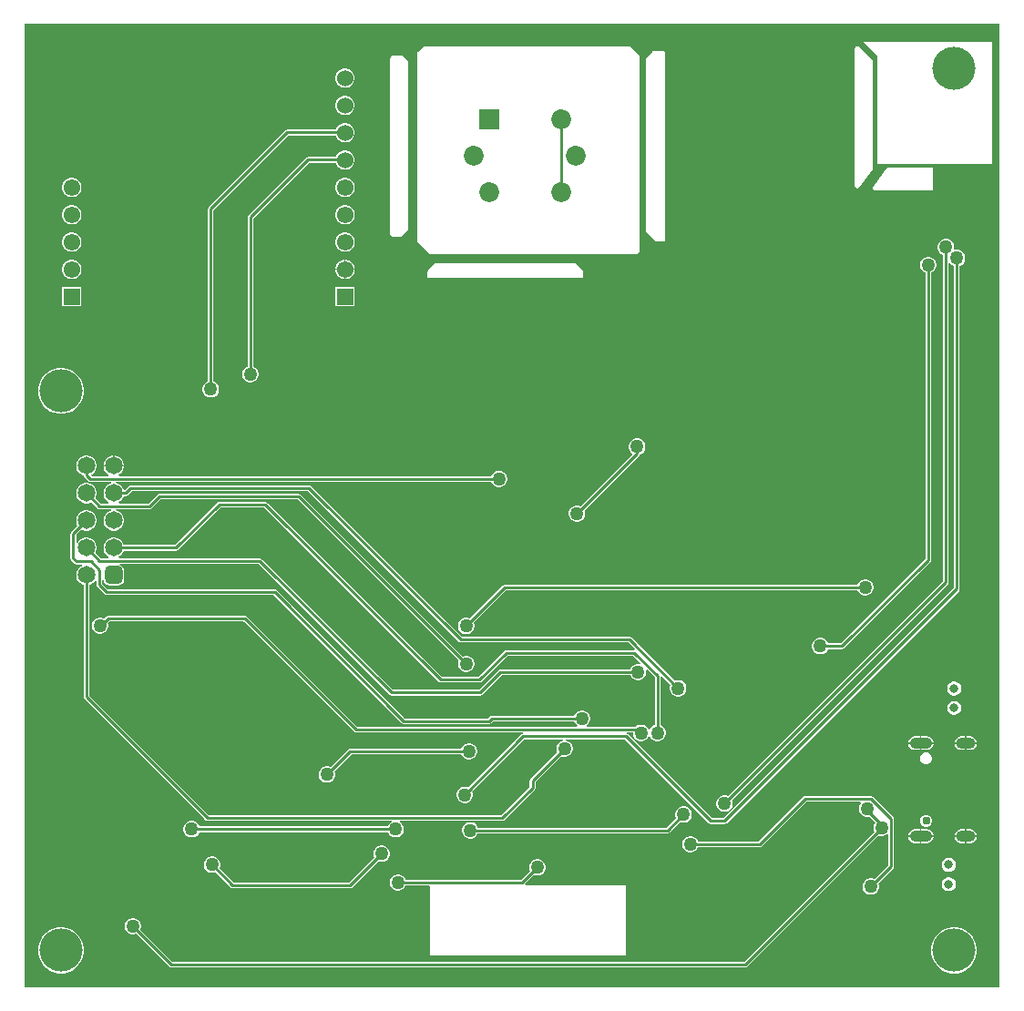
<source format=gbr>
%TF.GenerationSoftware,Altium Limited,Altium Designer,24.3.1 (35)*%
G04 Layer_Physical_Order=2*
G04 Layer_Color=16711680*
%FSLAX45Y45*%
%MOMM*%
%TF.SameCoordinates,335D41A4-EFD6-4B0F-B868-2B534B1C8AB3*%
%TF.FilePolarity,Positive*%
%TF.FileFunction,Copper,L2,Bot,Signal*%
%TF.Part,Single*%
G01*
G75*
%TA.AperFunction,Conductor*%
%ADD36C,0.25400*%
%TA.AperFunction,ComponentPad*%
%ADD38C,1.55000*%
%ADD39R,1.55000X1.55000*%
%TA.AperFunction,ViaPad*%
%ADD40C,1.52400*%
%ADD41C,4.00000*%
%TA.AperFunction,ComponentPad*%
%ADD42C,0.78000*%
%ADD43C,1.85000*%
%ADD44R,1.85000X1.85000*%
%ADD45C,1.65000*%
G04:AMPARAMS|DCode=46|XSize=1.65mm|YSize=1.65mm|CornerRadius=0.4125mm|HoleSize=0mm|Usage=FLASHONLY|Rotation=90.000|XOffset=0mm|YOffset=0mm|HoleType=Round|Shape=RoundedRectangle|*
%AMROUNDEDRECTD46*
21,1,1.65000,0.82500,0,0,90.0*
21,1,0.82500,1.65000,0,0,90.0*
1,1,0.82500,0.41250,0.41250*
1,1,0.82500,0.41250,-0.41250*
1,1,0.82500,-0.41250,-0.41250*
1,1,0.82500,-0.41250,0.41250*
%
%ADD46ROUNDEDRECTD46*%
%ADD47C,0.80000*%
G04:AMPARAMS|DCode=48|XSize=1mm|YSize=1.8mm|CornerRadius=0.5mm|HoleSize=0mm|Usage=FLASHONLY|Rotation=90.000|XOffset=0mm|YOffset=0mm|HoleType=Round|Shape=RoundedRectangle|*
%AMROUNDEDRECTD48*
21,1,1.00000,0.80000,0,0,90.0*
21,1,0.00000,1.80000,0,0,90.0*
1,1,1.00000,0.40000,0.00000*
1,1,1.00000,0.40000,0.00000*
1,1,1.00000,-0.40000,0.00000*
1,1,1.00000,-0.40000,0.00000*
%
%ADD48ROUNDEDRECTD48*%
G04:AMPARAMS|DCode=49|XSize=1mm|YSize=2.1mm|CornerRadius=0.5mm|HoleSize=0mm|Usage=FLASHONLY|Rotation=90.000|XOffset=0mm|YOffset=0mm|HoleType=Round|Shape=RoundedRectangle|*
%AMROUNDEDRECTD49*
21,1,1.00000,1.10000,0,0,90.0*
21,1,0.00000,2.10000,0,0,90.0*
1,1,1.00000,0.55000,0.00000*
1,1,1.00000,0.55000,0.00000*
1,1,1.00000,-0.55000,0.00000*
1,1,1.00000,-0.55000,0.00000*
%
%ADD49ROUNDEDRECTD49*%
%TA.AperFunction,ViaPad*%
%ADD50C,1.27000*%
G36*
X11625509Y2560391D02*
X2560391D01*
Y11511209D01*
X11625509D01*
Y2560391D01*
D02*
G37*
%LPC*%
G36*
X5551704Y11096900D02*
X5528296D01*
X5505686Y11090842D01*
X5485414Y11079138D01*
X5468862Y11062586D01*
X5457159Y11042314D01*
X5451100Y11019704D01*
Y10996296D01*
X5457159Y10973686D01*
X5468862Y10953414D01*
X5485414Y10936862D01*
X5505686Y10925158D01*
X5528296Y10919100D01*
X5551704D01*
X5574314Y10925158D01*
X5594586Y10936862D01*
X5611138Y10953414D01*
X5622842Y10973686D01*
X5628900Y10996296D01*
Y11019704D01*
X5622842Y11042314D01*
X5611138Y11062586D01*
X5594586Y11079138D01*
X5574314Y11090842D01*
X5551704Y11096900D01*
D02*
G37*
G36*
Y10842900D02*
X5528296D01*
X5505686Y10836842D01*
X5485414Y10825138D01*
X5468862Y10808586D01*
X5457159Y10788314D01*
X5451100Y10765704D01*
Y10742296D01*
X5457159Y10719686D01*
X5468862Y10699414D01*
X5485414Y10682862D01*
X5505686Y10671158D01*
X5528296Y10665100D01*
X5551704D01*
X5574314Y10671158D01*
X5594586Y10682862D01*
X5611138Y10699414D01*
X5622842Y10719686D01*
X5628900Y10742296D01*
Y10765704D01*
X5622842Y10788314D01*
X5611138Y10808586D01*
X5594586Y10825138D01*
X5574314Y10836842D01*
X5551704Y10842900D01*
D02*
G37*
G36*
Y10588900D02*
X5528296D01*
X5505686Y10582842D01*
X5485414Y10571138D01*
X5468862Y10554586D01*
X5457159Y10534314D01*
X5455680Y10528798D01*
X5003800D01*
X4993889Y10526826D01*
X4985488Y10521212D01*
X4274288Y9810012D01*
X4268674Y9801611D01*
X4266702Y9791700D01*
Y8187249D01*
X4263188Y8186307D01*
X4245812Y8176275D01*
X4231625Y8162088D01*
X4221593Y8144712D01*
X4216400Y8125332D01*
Y8105268D01*
X4221593Y8085888D01*
X4231625Y8068512D01*
X4245812Y8054325D01*
X4263188Y8044293D01*
X4282568Y8039100D01*
X4302632D01*
X4322012Y8044293D01*
X4339388Y8054325D01*
X4353575Y8068512D01*
X4363607Y8085888D01*
X4368800Y8105268D01*
Y8125332D01*
X4363607Y8144712D01*
X4353575Y8162088D01*
X4339388Y8176275D01*
X4322012Y8186307D01*
X4318498Y8187249D01*
Y9780973D01*
X5014527Y10477002D01*
X5454126D01*
X5457159Y10465686D01*
X5468862Y10445414D01*
X5485414Y10428862D01*
X5505686Y10417158D01*
X5528296Y10411100D01*
X5551704D01*
X5574314Y10417158D01*
X5594586Y10428862D01*
X5611138Y10445414D01*
X5622842Y10465686D01*
X5628900Y10488296D01*
Y10511704D01*
X5622842Y10534314D01*
X5611138Y10554586D01*
X5594586Y10571138D01*
X5574314Y10582842D01*
X5551704Y10588900D01*
D02*
G37*
G36*
X11557000Y11341100D02*
X10363200D01*
X10490200Y11214100D01*
Y10210800D01*
X11557000D01*
Y11341100D01*
D02*
G37*
G36*
X10985500Y10180392D02*
X10591800D01*
X10590141Y10180062D01*
X10588448Y10180115D01*
X10586274Y10179293D01*
X10583996Y10178840D01*
X10582589Y10177899D01*
X10581005Y10177300D01*
X10579312Y10175710D01*
X10577381Y10174419D01*
X10576440Y10173012D01*
X10575206Y10171853D01*
X10448206Y9994053D01*
X10447251Y9991935D01*
X10445960Y9990004D01*
X10445630Y9988343D01*
X10444934Y9986800D01*
X10444861Y9984478D01*
X10444408Y9982200D01*
X10444738Y9980540D01*
X10444685Y9978847D01*
X10445507Y9976674D01*
X10445960Y9974396D01*
X10446901Y9972989D01*
X10447500Y9971405D01*
X10449090Y9969712D01*
X10450381Y9967781D01*
X10451788Y9966840D01*
X10452947Y9965606D01*
X10455065Y9964651D01*
X10456996Y9963360D01*
X10458657Y9963030D01*
X10460200Y9962334D01*
X10462522Y9962261D01*
X10464800Y9961808D01*
X10985500D01*
X10993304Y9963360D01*
X10999919Y9967781D01*
X11004340Y9974396D01*
X11005892Y9982200D01*
Y10160000D01*
X11004340Y10167804D01*
X10999919Y10174419D01*
X10993304Y10178840D01*
X10985500Y10180392D01*
D02*
G37*
G36*
X5551704Y10334900D02*
X5528296D01*
X5505686Y10328842D01*
X5485414Y10317138D01*
X5468862Y10300586D01*
X5457159Y10280314D01*
X5455680Y10274798D01*
X5194300D01*
X5184389Y10272826D01*
X5175988Y10267212D01*
X4642588Y9733812D01*
X4636974Y9725411D01*
X4635002Y9715500D01*
Y8326949D01*
X4631488Y8326007D01*
X4614112Y8315975D01*
X4599925Y8301788D01*
X4589893Y8284412D01*
X4584700Y8265032D01*
Y8244968D01*
X4589893Y8225588D01*
X4599925Y8208212D01*
X4614112Y8194025D01*
X4631488Y8183993D01*
X4650868Y8178800D01*
X4670932D01*
X4690312Y8183993D01*
X4707688Y8194025D01*
X4721875Y8208212D01*
X4731907Y8225588D01*
X4737100Y8244968D01*
Y8265032D01*
X4731907Y8284412D01*
X4721875Y8301788D01*
X4707688Y8315975D01*
X4690312Y8326007D01*
X4686798Y8326949D01*
Y9704773D01*
X5205027Y10223002D01*
X5454126D01*
X5457159Y10211686D01*
X5468862Y10191414D01*
X5485414Y10174862D01*
X5505686Y10163158D01*
X5528296Y10157100D01*
X5551704D01*
X5574314Y10163158D01*
X5594586Y10174862D01*
X5611138Y10191414D01*
X5622842Y10211686D01*
X5628900Y10234296D01*
Y10257704D01*
X5622842Y10280314D01*
X5611138Y10300586D01*
X5594586Y10317138D01*
X5574314Y10328842D01*
X5551704Y10334900D01*
D02*
G37*
G36*
X10299700Y11308144D02*
X10291896Y11306592D01*
X10285281Y11302171D01*
X10280860Y11295556D01*
X10279308Y11287752D01*
Y10004682D01*
X10279599Y10003219D01*
X10279523Y10001728D01*
X10280369Y9999351D01*
X10280860Y9996878D01*
X10281689Y9995638D01*
X10282189Y9994231D01*
X10283880Y9992360D01*
X10285281Y9990263D01*
X10286522Y9989433D01*
X10287522Y9988326D01*
X10289799Y9987243D01*
X10291896Y9985842D01*
X10293360Y9985551D01*
X10294708Y9984911D01*
X10297227Y9984782D01*
X10299700Y9984290D01*
X10301163Y9984581D01*
X10302654Y9984505D01*
X10305031Y9985351D01*
X10307504Y9985842D01*
X10308744Y9986671D01*
X10310151Y9987172D01*
X10312022Y9988862D01*
X10314119Y9990263D01*
X10314949Y9991504D01*
X10316056Y9992504D01*
X10443056Y10163070D01*
X10444139Y10165347D01*
X10445540Y10167444D01*
X10445831Y10168908D01*
X10446471Y10170256D01*
X10446600Y10172775D01*
X10447092Y10175248D01*
Y11160751D01*
X10447092Y11160752D01*
X10445540Y11168556D01*
X10441119Y11175171D01*
X10441119Y11175172D01*
X10314119Y11302171D01*
X10307504Y11306592D01*
X10299700Y11308144D01*
D02*
G37*
G36*
X5551875Y10083200D02*
X5528125D01*
X5505184Y10077053D01*
X5484616Y10065178D01*
X5467822Y10048384D01*
X5455947Y10027816D01*
X5449800Y10004875D01*
Y9981125D01*
X5455947Y9958184D01*
X5467822Y9937616D01*
X5484616Y9920822D01*
X5505184Y9908947D01*
X5528125Y9902800D01*
X5551875D01*
X5574816Y9908947D01*
X5595384Y9920822D01*
X5612178Y9937616D01*
X5624053Y9958184D01*
X5630200Y9981125D01*
Y10004875D01*
X5624053Y10027816D01*
X5612178Y10048384D01*
X5595384Y10065178D01*
X5574816Y10077053D01*
X5551875Y10083200D01*
D02*
G37*
G36*
X3011875D02*
X2988125D01*
X2965184Y10077053D01*
X2944616Y10065178D01*
X2927822Y10048384D01*
X2915947Y10027816D01*
X2909800Y10004875D01*
Y9981125D01*
X2915947Y9958184D01*
X2927822Y9937616D01*
X2944616Y9920822D01*
X2965184Y9908947D01*
X2988125Y9902800D01*
X3011875D01*
X3034816Y9908947D01*
X3055384Y9920822D01*
X3072178Y9937616D01*
X3084053Y9958184D01*
X3090200Y9981125D01*
Y10004875D01*
X3084053Y10027816D01*
X3072178Y10048384D01*
X3055384Y10065178D01*
X3034816Y10077053D01*
X3011875Y10083200D01*
D02*
G37*
G36*
X5551875Y9829200D02*
X5528125D01*
X5505184Y9823053D01*
X5484616Y9811178D01*
X5467822Y9794384D01*
X5455947Y9773816D01*
X5449800Y9750875D01*
Y9727125D01*
X5455947Y9704184D01*
X5467822Y9683616D01*
X5484616Y9666822D01*
X5505184Y9654947D01*
X5528125Y9648800D01*
X5551875D01*
X5574816Y9654947D01*
X5595384Y9666822D01*
X5612178Y9683616D01*
X5624053Y9704184D01*
X5630200Y9727125D01*
Y9750875D01*
X5624053Y9773816D01*
X5612178Y9794384D01*
X5595384Y9811178D01*
X5574816Y9823053D01*
X5551875Y9829200D01*
D02*
G37*
G36*
X3011875D02*
X2988125D01*
X2965184Y9823053D01*
X2944616Y9811178D01*
X2927822Y9794384D01*
X2915947Y9773816D01*
X2909800Y9750875D01*
Y9727125D01*
X2915947Y9704184D01*
X2927822Y9683616D01*
X2944616Y9666822D01*
X2965184Y9654947D01*
X2988125Y9648800D01*
X3011875D01*
X3034816Y9654947D01*
X3055384Y9666822D01*
X3072178Y9683616D01*
X3084053Y9704184D01*
X3090200Y9727125D01*
Y9750875D01*
X3084053Y9773816D01*
X3072178Y9794384D01*
X3055384Y9811178D01*
X3034816Y9823053D01*
X3011875Y9829200D01*
D02*
G37*
G36*
X6070600Y11215442D02*
X5981700D01*
X5973896Y11213890D01*
X5967281Y11209469D01*
X5962860Y11202854D01*
X5961308Y11195050D01*
Y9556750D01*
X5962860Y9548946D01*
X5967281Y9542331D01*
X5973896Y9537910D01*
X5981700Y9536358D01*
X6057899D01*
X6057900Y9536358D01*
X6065704Y9537910D01*
X6072319Y9542331D01*
X6072320Y9542331D01*
X6085019Y9555031D01*
X6123119Y9593131D01*
X6127540Y9599746D01*
X6129092Y9607550D01*
Y11156950D01*
X6127540Y11164754D01*
X6123119Y11171369D01*
X6085019Y11209469D01*
X6078404Y11213890D01*
X6070600Y11215442D01*
D02*
G37*
G36*
X8407400Y11259892D02*
X8399596Y11258340D01*
X8392981Y11253919D01*
X8392980Y11253919D01*
X8342181Y11203119D01*
X8337760Y11196504D01*
X8336208Y11188700D01*
Y9588500D01*
X8337760Y9580696D01*
X8342181Y9574081D01*
X8418381Y9497881D01*
X8424996Y9493460D01*
X8432800Y9491908D01*
X8496300D01*
X8504104Y9493460D01*
X8510719Y9497881D01*
X8515140Y9504496D01*
X8516692Y9512300D01*
Y11239500D01*
X8515140Y11247304D01*
X8510719Y11253919D01*
X8504104Y11258340D01*
X8496300Y11259892D01*
X8407401D01*
X8407400Y11259892D01*
D02*
G37*
G36*
X5551875Y9575200D02*
X5528125D01*
X5505184Y9569053D01*
X5484616Y9557178D01*
X5467822Y9540384D01*
X5455947Y9519816D01*
X5449800Y9496875D01*
Y9473125D01*
X5455947Y9450184D01*
X5467822Y9429616D01*
X5484616Y9412822D01*
X5505184Y9400947D01*
X5528125Y9394800D01*
X5551875D01*
X5574816Y9400947D01*
X5595384Y9412822D01*
X5612178Y9429616D01*
X5624053Y9450184D01*
X5630200Y9473125D01*
Y9496875D01*
X5624053Y9519816D01*
X5612178Y9540384D01*
X5595384Y9557178D01*
X5574816Y9569053D01*
X5551875Y9575200D01*
D02*
G37*
G36*
X3011875D02*
X2988125D01*
X2965184Y9569053D01*
X2944616Y9557178D01*
X2927822Y9540384D01*
X2915947Y9519816D01*
X2909800Y9496875D01*
Y9473125D01*
X2915947Y9450184D01*
X2927822Y9429616D01*
X2944616Y9412822D01*
X2965184Y9400947D01*
X2988125Y9394800D01*
X3011875D01*
X3034816Y9400947D01*
X3055384Y9412822D01*
X3072178Y9429616D01*
X3084053Y9450184D01*
X3090200Y9473125D01*
Y9496875D01*
X3084053Y9519816D01*
X3072178Y9540384D01*
X3055384Y9557178D01*
X3034816Y9569053D01*
X3011875Y9575200D01*
D02*
G37*
G36*
X8191500Y11303000D02*
X6273800D01*
X6223000Y11252200D01*
X6210300D01*
Y9486900D01*
X6324600Y9372600D01*
X8255000D01*
X8280400Y9398000D01*
Y11214100D01*
X8191500Y11303000D01*
D02*
G37*
G36*
X5551875Y9321200D02*
X5546350D01*
Y9237350D01*
X5630200D01*
Y9242875D01*
X5624053Y9265816D01*
X5612178Y9286384D01*
X5595384Y9303178D01*
X5574816Y9315053D01*
X5551875Y9321200D01*
D02*
G37*
G36*
X5533650D02*
X5528125D01*
X5505184Y9315053D01*
X5484616Y9303178D01*
X5467822Y9286384D01*
X5455947Y9265816D01*
X5449800Y9242875D01*
Y9237350D01*
X5533650D01*
Y9321200D01*
D02*
G37*
G36*
X7670800Y9291392D02*
X6388100D01*
X6380296Y9289840D01*
X6373681Y9285419D01*
X6373680Y9285419D01*
X6310181Y9221919D01*
X6305760Y9215304D01*
X6304208Y9207500D01*
Y9169400D01*
X6305760Y9161596D01*
X6310181Y9154981D01*
X6316796Y9150560D01*
X6324600Y9149008D01*
X7734300D01*
X7742104Y9150560D01*
X7748719Y9154981D01*
X7753140Y9161596D01*
X7754692Y9169400D01*
Y9207500D01*
X7753140Y9215304D01*
X7748719Y9221919D01*
X7748719Y9221920D01*
X7685219Y9285419D01*
X7678604Y9289840D01*
X7670800Y9291392D01*
D02*
G37*
G36*
X5630200Y9224650D02*
X5546350D01*
Y9140800D01*
X5551875D01*
X5574816Y9146947D01*
X5595384Y9158822D01*
X5612178Y9175616D01*
X5624053Y9196184D01*
X5630200Y9219125D01*
Y9224650D01*
D02*
G37*
G36*
X5533650D02*
X5449800D01*
Y9219125D01*
X5455947Y9196184D01*
X5467822Y9175616D01*
X5484616Y9158822D01*
X5505184Y9146947D01*
X5528125Y9140800D01*
X5533650D01*
Y9224650D01*
D02*
G37*
G36*
X3011875Y9321200D02*
X2988125D01*
X2965184Y9315053D01*
X2944616Y9303178D01*
X2927822Y9286384D01*
X2915947Y9265816D01*
X2909800Y9242875D01*
Y9219125D01*
X2915947Y9196184D01*
X2927822Y9175616D01*
X2944616Y9158822D01*
X2965184Y9146947D01*
X2988125Y9140800D01*
X3011875D01*
X3034816Y9146947D01*
X3055384Y9158822D01*
X3072178Y9175616D01*
X3084053Y9196184D01*
X3090200Y9219125D01*
Y9242875D01*
X3084053Y9265816D01*
X3072178Y9286384D01*
X3055384Y9303178D01*
X3034816Y9315053D01*
X3011875Y9321200D01*
D02*
G37*
G36*
X5630200Y9067200D02*
X5449800D01*
Y8886800D01*
X5630200D01*
Y9067200D01*
D02*
G37*
G36*
X3090200D02*
X2909800D01*
Y8886800D01*
X3090200D01*
Y9067200D01*
D02*
G37*
G36*
X2920949Y8312700D02*
X2879051D01*
X2837958Y8304526D01*
X2799249Y8288492D01*
X2764412Y8265215D01*
X2734785Y8235588D01*
X2711508Y8200751D01*
X2695474Y8162042D01*
X2687300Y8120949D01*
Y8079051D01*
X2695474Y8037958D01*
X2711508Y7999249D01*
X2734785Y7964412D01*
X2764412Y7934785D01*
X2799249Y7911508D01*
X2837958Y7895474D01*
X2879051Y7887300D01*
X2920949D01*
X2962042Y7895474D01*
X3000751Y7911508D01*
X3035588Y7934785D01*
X3065215Y7964412D01*
X3088492Y7999249D01*
X3104526Y8037958D01*
X3112700Y8079051D01*
Y8120949D01*
X3104526Y8162042D01*
X3088492Y8200751D01*
X3065215Y8235588D01*
X3035588Y8265215D01*
X3000751Y8288492D01*
X2962042Y8304526D01*
X2920949Y8312700D01*
D02*
G37*
G36*
X3403433Y7499300D02*
X3397250D01*
Y7410450D01*
X3486100D01*
Y7416633D01*
X3479612Y7440846D01*
X3467079Y7462554D01*
X3449354Y7480279D01*
X3427646Y7492812D01*
X3403433Y7499300D01*
D02*
G37*
G36*
X3384550D02*
X3378367D01*
X3354154Y7492812D01*
X3332446Y7480279D01*
X3314721Y7462554D01*
X3302188Y7440846D01*
X3295700Y7416633D01*
Y7410450D01*
X3384550D01*
Y7499300D01*
D02*
G37*
G36*
X11135232Y9512300D02*
X11115168D01*
X11095788Y9507107D01*
X11078412Y9497075D01*
X11064225Y9482888D01*
X11054193Y9465512D01*
X11049000Y9446132D01*
Y9426068D01*
X11054193Y9406688D01*
X11064225Y9389312D01*
X11078412Y9375125D01*
X11095788Y9365093D01*
X11099302Y9364151D01*
Y6332787D01*
X9100363Y4333848D01*
X9097212Y4335667D01*
X9077832Y4340860D01*
X9057768D01*
X9038388Y4335667D01*
X9021012Y4325635D01*
X9006825Y4311448D01*
X8996793Y4294072D01*
X8991600Y4274692D01*
Y4254628D01*
X8996793Y4235248D01*
X9006825Y4217872D01*
X9021012Y4203685D01*
X9038388Y4193653D01*
X9057768Y4188460D01*
X9077832D01*
X9097212Y4193653D01*
X9114588Y4203685D01*
X9128775Y4217872D01*
X9138807Y4235248D01*
X9144000Y4254628D01*
Y4274692D01*
X9138807Y4294072D01*
X9136988Y4297223D01*
X11143512Y6303748D01*
X11149126Y6312149D01*
X11151098Y6322060D01*
Y9287820D01*
X11163798Y9291223D01*
X11165825Y9287712D01*
X11180012Y9273525D01*
X11197388Y9263493D01*
X11200902Y9262551D01*
Y6271827D01*
X9057073Y4127998D01*
X8951527D01*
X8171712Y4907812D01*
X8163311Y4913426D01*
X8158403Y4914402D01*
X8159654Y4927102D01*
X8214360D01*
Y4912488D01*
X8219553Y4893108D01*
X8229585Y4875732D01*
X8243772Y4861545D01*
X8261148Y4851513D01*
X8280528Y4846320D01*
X8300592D01*
X8319972Y4851513D01*
X8337348Y4861545D01*
X8351535Y4875732D01*
X8359680Y4889840D01*
X8364278Y4891064D01*
X8369242D01*
X8373840Y4889840D01*
X8381985Y4875732D01*
X8396172Y4861545D01*
X8413548Y4851513D01*
X8432928Y4846320D01*
X8452992D01*
X8472372Y4851513D01*
X8489748Y4861545D01*
X8503935Y4875732D01*
X8513967Y4893108D01*
X8519160Y4912488D01*
Y4932552D01*
X8513967Y4951932D01*
X8503935Y4969308D01*
X8489748Y4983495D01*
X8472372Y4993527D01*
X8468858Y4994469D01*
Y5449097D01*
X8480162Y5454700D01*
X8481105Y5454810D01*
X8566812Y5369103D01*
X8564993Y5365952D01*
X8559800Y5346572D01*
Y5326508D01*
X8564993Y5307128D01*
X8575025Y5289752D01*
X8589212Y5275565D01*
X8606588Y5265533D01*
X8625968Y5260340D01*
X8646032D01*
X8665412Y5265533D01*
X8682788Y5275565D01*
X8696975Y5289752D01*
X8707007Y5307128D01*
X8712200Y5326508D01*
Y5346572D01*
X8707007Y5365952D01*
X8696975Y5383328D01*
X8682788Y5397515D01*
X8665412Y5407547D01*
X8646032Y5412740D01*
X8625968D01*
X8606588Y5407547D01*
X8603437Y5405728D01*
X8199652Y5809512D01*
X8191251Y5815126D01*
X8181340Y5817098D01*
X6624887D01*
X5225312Y7216672D01*
X5216911Y7222286D01*
X5207000Y7224258D01*
X3548380D01*
X3538469Y7222286D01*
X3530068Y7216672D01*
X3494341Y7180946D01*
X3480231Y7184539D01*
X3479612Y7186846D01*
X3467079Y7208554D01*
X3449354Y7226279D01*
X3427646Y7238812D01*
X3409844Y7243582D01*
X3411515Y7256282D01*
X6900351D01*
X6901293Y7252768D01*
X6911325Y7235392D01*
X6925512Y7221205D01*
X6942888Y7211173D01*
X6962268Y7205980D01*
X6982332D01*
X7001712Y7211173D01*
X7019088Y7221205D01*
X7033275Y7235392D01*
X7043307Y7252768D01*
X7048500Y7272148D01*
Y7292212D01*
X7043307Y7311592D01*
X7033275Y7328968D01*
X7019088Y7343155D01*
X7001712Y7353187D01*
X6982332Y7358380D01*
X6962268D01*
X6942888Y7353187D01*
X6925512Y7343155D01*
X6911325Y7328968D01*
X6901293Y7311592D01*
X6900351Y7308078D01*
X3440384D01*
X3436981Y7320778D01*
X3449354Y7327921D01*
X3467079Y7345646D01*
X3479612Y7367354D01*
X3486100Y7391567D01*
Y7397750D01*
X3390900D01*
X3295700D01*
Y7391567D01*
X3302188Y7367354D01*
X3314721Y7345646D01*
X3332446Y7327921D01*
X3344819Y7320778D01*
X3341416Y7308078D01*
X3190644D01*
X3184241Y7319890D01*
X3184837Y7321849D01*
X3195354Y7327921D01*
X3213079Y7345646D01*
X3225612Y7367354D01*
X3232100Y7391567D01*
Y7416633D01*
X3225612Y7440846D01*
X3213079Y7462554D01*
X3195354Y7480279D01*
X3173646Y7492812D01*
X3149433Y7499300D01*
X3124367D01*
X3100154Y7492812D01*
X3078446Y7480279D01*
X3060721Y7462554D01*
X3048188Y7440846D01*
X3041700Y7416633D01*
Y7391567D01*
X3048188Y7367354D01*
X3060721Y7345646D01*
X3078446Y7327921D01*
X3100154Y7315388D01*
X3111574Y7312328D01*
X3112974Y7305289D01*
X3118588Y7296888D01*
X3151608Y7263868D01*
X3160009Y7258254D01*
X3169920Y7256282D01*
X3370285D01*
X3371956Y7243582D01*
X3354154Y7238812D01*
X3332446Y7226279D01*
X3314721Y7208554D01*
X3302188Y7186846D01*
X3295700Y7162633D01*
Y7137567D01*
X3302188Y7113354D01*
X3314721Y7091646D01*
X3332446Y7073921D01*
X3344819Y7066778D01*
X3341416Y7054078D01*
X3269547D01*
X3219997Y7103628D01*
X3225612Y7113354D01*
X3232100Y7137567D01*
Y7162633D01*
X3225612Y7186846D01*
X3213079Y7208554D01*
X3195354Y7226279D01*
X3173646Y7238812D01*
X3149433Y7245300D01*
X3124367D01*
X3100154Y7238812D01*
X3078446Y7226279D01*
X3060721Y7208554D01*
X3048188Y7186846D01*
X3041700Y7162633D01*
Y7137567D01*
X3048188Y7113354D01*
X3060721Y7091646D01*
X3078446Y7073921D01*
X3100154Y7061388D01*
X3124367Y7054900D01*
X3149433D01*
X3173646Y7061388D01*
X3183372Y7067003D01*
X3240508Y7009868D01*
X3248909Y7004254D01*
X3258820Y7002282D01*
X3370285D01*
X3371956Y6989582D01*
X3354154Y6984812D01*
X3332446Y6972279D01*
X3314721Y6954554D01*
X3302188Y6932846D01*
X3295700Y6908633D01*
Y6883567D01*
X3302188Y6859354D01*
X3314721Y6837646D01*
X3332446Y6819921D01*
X3354154Y6807388D01*
X3378367Y6800900D01*
X3403433D01*
X3427646Y6807388D01*
X3449354Y6819921D01*
X3467079Y6837646D01*
X3479612Y6859354D01*
X3486100Y6883567D01*
Y6908633D01*
X3479612Y6932846D01*
X3467079Y6954554D01*
X3449354Y6972279D01*
X3427646Y6984812D01*
X3409844Y6989582D01*
X3411515Y7002282D01*
X3723640D01*
X3733551Y7004254D01*
X3741952Y7009868D01*
X3823267Y7091182D01*
X5102293D01*
X6598312Y5595163D01*
X6596493Y5592012D01*
X6591300Y5572632D01*
Y5552568D01*
X6596493Y5533188D01*
X6606525Y5515812D01*
X6620712Y5501625D01*
X6638088Y5491593D01*
X6657468Y5486400D01*
X6677532D01*
X6696912Y5491593D01*
X6714288Y5501625D01*
X6728475Y5515812D01*
X6738507Y5533188D01*
X6743700Y5552568D01*
Y5572632D01*
X6738507Y5592012D01*
X6728475Y5609388D01*
X6714288Y5623575D01*
X6696912Y5633607D01*
X6677532Y5638800D01*
X6657468D01*
X6638088Y5633607D01*
X6634937Y5631788D01*
X5131332Y7135392D01*
X5122931Y7141006D01*
X5113020Y7142978D01*
X3812540D01*
X3802629Y7141006D01*
X3794228Y7135392D01*
X3712913Y7054078D01*
X3440384D01*
X3436981Y7066778D01*
X3449354Y7073921D01*
X3467079Y7091646D01*
X3479612Y7113354D01*
X3482519Y7124202D01*
X3500120D01*
X3510031Y7126174D01*
X3518432Y7131788D01*
X3559107Y7172462D01*
X5196273D01*
X6595848Y5772888D01*
X6604249Y5767274D01*
X6614160Y5765302D01*
X8170613D01*
X8231030Y5704885D01*
X8230920Y5703942D01*
X8225317Y5692638D01*
X7038340D01*
X7028429Y5690666D01*
X7020028Y5685052D01*
X6776153Y5441178D01*
X6439467D01*
X4816372Y7064272D01*
X4807971Y7069886D01*
X4798060Y7071858D01*
X4371340D01*
X4361429Y7069886D01*
X4353028Y7064272D01*
X3956753Y6667998D01*
X3482519D01*
X3479612Y6678846D01*
X3467079Y6700554D01*
X3449354Y6718279D01*
X3427646Y6730812D01*
X3403433Y6737300D01*
X3378367D01*
X3354154Y6730812D01*
X3332446Y6718279D01*
X3314721Y6700554D01*
X3302188Y6678846D01*
X3295700Y6654633D01*
Y6629567D01*
X3302188Y6605354D01*
X3314721Y6583646D01*
X3332446Y6565921D01*
X3344819Y6558778D01*
X3341416Y6546078D01*
X3269547D01*
X3219997Y6595628D01*
X3225612Y6605354D01*
X3232100Y6629567D01*
Y6654633D01*
X3225612Y6678846D01*
X3213079Y6700554D01*
X3195354Y6718279D01*
X3173646Y6730812D01*
X3149433Y6737300D01*
X3124367D01*
X3100154Y6730812D01*
X3078446Y6718279D01*
X3060721Y6700554D01*
X3053578Y6688181D01*
X3040878Y6691584D01*
Y6763453D01*
X3090428Y6813003D01*
X3100154Y6807388D01*
X3124367Y6800900D01*
X3149433D01*
X3173646Y6807388D01*
X3195354Y6819921D01*
X3213079Y6837646D01*
X3225612Y6859354D01*
X3232100Y6883567D01*
Y6908633D01*
X3225612Y6932846D01*
X3213079Y6954554D01*
X3195354Y6972279D01*
X3173646Y6984812D01*
X3149433Y6991300D01*
X3124367D01*
X3100154Y6984812D01*
X3078446Y6972279D01*
X3060721Y6954554D01*
X3048188Y6932846D01*
X3041700Y6908633D01*
Y6883567D01*
X3048188Y6859354D01*
X3053803Y6849628D01*
X2996668Y6792492D01*
X2991054Y6784091D01*
X2989082Y6774180D01*
Y6548120D01*
X2991054Y6538209D01*
X2996668Y6529808D01*
X3029688Y6496788D01*
X3038089Y6491174D01*
X3048000Y6489202D01*
X3097326D01*
X3100154Y6476812D01*
X3078446Y6464279D01*
X3060721Y6446554D01*
X3048188Y6424846D01*
X3041700Y6400633D01*
Y6375567D01*
X3048188Y6351354D01*
X3060721Y6329646D01*
X3078446Y6311921D01*
X3100154Y6299388D01*
X3111002Y6296481D01*
Y5255995D01*
X3112974Y5246085D01*
X3118588Y5237683D01*
X4242003Y4114268D01*
X4250405Y4108654D01*
X4260315Y4106682D01*
X5971759D01*
X5975162Y4093982D01*
X5962852Y4086875D01*
X5948665Y4072688D01*
X5938633Y4055312D01*
X5937691Y4051798D01*
X4186749D01*
X4185807Y4055312D01*
X4175775Y4072688D01*
X4161588Y4086875D01*
X4144212Y4096907D01*
X4124832Y4102100D01*
X4104768D01*
X4085388Y4096907D01*
X4068012Y4086875D01*
X4053825Y4072688D01*
X4043793Y4055312D01*
X4038600Y4035932D01*
Y4015868D01*
X4043793Y3996488D01*
X4053825Y3979112D01*
X4068012Y3964925D01*
X4085388Y3954893D01*
X4104768Y3949700D01*
X4124832D01*
X4144212Y3954893D01*
X4161588Y3964925D01*
X4175775Y3979112D01*
X4185807Y3996488D01*
X4186749Y4000002D01*
X5937691D01*
X5938633Y3996488D01*
X5948665Y3979112D01*
X5962852Y3964925D01*
X5980228Y3954893D01*
X5999608Y3949700D01*
X6019672D01*
X6039052Y3954893D01*
X6056428Y3964925D01*
X6070615Y3979112D01*
X6080647Y3996488D01*
X6085840Y4015868D01*
Y4035932D01*
X6080647Y4055312D01*
X6070615Y4072688D01*
X6056428Y4086875D01*
X6044118Y4093982D01*
X6047521Y4106682D01*
X7002780D01*
X7012691Y4108654D01*
X7021092Y4114268D01*
X7300932Y4394107D01*
X7306546Y4402509D01*
X7308517Y4412420D01*
Y4465192D01*
X7549337Y4706012D01*
X7552488Y4704193D01*
X7571868Y4699000D01*
X7591932D01*
X7611312Y4704193D01*
X7628688Y4714225D01*
X7642875Y4728412D01*
X7652907Y4745788D01*
X7658100Y4765168D01*
Y4785232D01*
X7652907Y4804612D01*
X7642875Y4821988D01*
X7628688Y4836175D01*
X7611312Y4846207D01*
X7593789Y4850902D01*
X7595461Y4863602D01*
X8142673D01*
X8922488Y4083788D01*
X8930889Y4078174D01*
X8940800Y4076202D01*
X9067800D01*
X9077711Y4078174D01*
X9086112Y4083788D01*
X11245112Y6242788D01*
X11250726Y6251189D01*
X11252698Y6261100D01*
Y9262551D01*
X11256212Y9263493D01*
X11273588Y9273525D01*
X11287775Y9287712D01*
X11297807Y9305088D01*
X11303000Y9324468D01*
Y9344532D01*
X11297807Y9363912D01*
X11287775Y9381288D01*
X11273588Y9395475D01*
X11256212Y9405507D01*
X11236832Y9410700D01*
X11216768D01*
X11209940Y9408870D01*
X11199570Y9419240D01*
X11201400Y9426068D01*
Y9446132D01*
X11196207Y9465512D01*
X11186175Y9482888D01*
X11171988Y9497075D01*
X11154612Y9507107D01*
X11135232Y9512300D01*
D02*
G37*
G36*
X8265032Y7658100D02*
X8244968D01*
X8225588Y7652907D01*
X8208212Y7642875D01*
X8194025Y7628688D01*
X8183993Y7611312D01*
X8178800Y7591932D01*
Y7571868D01*
X8183993Y7552488D01*
X8194025Y7535112D01*
X8208212Y7520925D01*
X8209688Y7509713D01*
X7728763Y7028788D01*
X7725612Y7030607D01*
X7706232Y7035800D01*
X7686168D01*
X7666788Y7030607D01*
X7649412Y7020575D01*
X7635225Y7006388D01*
X7625193Y6989012D01*
X7620000Y6969632D01*
Y6949568D01*
X7625193Y6930188D01*
X7635225Y6912812D01*
X7649412Y6898625D01*
X7666788Y6888593D01*
X7686168Y6883400D01*
X7706232D01*
X7725612Y6888593D01*
X7742988Y6898625D01*
X7757175Y6912812D01*
X7767207Y6930188D01*
X7772400Y6949568D01*
Y6969632D01*
X7767207Y6989012D01*
X7765388Y6992163D01*
X8273312Y7500088D01*
X8278926Y7508489D01*
X8279122Y7509475D01*
X8284412Y7510893D01*
X8301788Y7520925D01*
X8315975Y7535112D01*
X8326007Y7552488D01*
X8331200Y7571868D01*
Y7591932D01*
X8326007Y7611312D01*
X8315975Y7628688D01*
X8301788Y7642875D01*
X8284412Y7652907D01*
X8265032Y7658100D01*
D02*
G37*
G36*
X10385932Y6350000D02*
X10365868D01*
X10346488Y6344807D01*
X10329112Y6334775D01*
X10314925Y6320588D01*
X10304893Y6303212D01*
X10303951Y6299698D01*
X7023100D01*
X7013189Y6297726D01*
X7004788Y6292112D01*
X6697523Y5984848D01*
X6694372Y5986667D01*
X6674992Y5991860D01*
X6654928D01*
X6635548Y5986667D01*
X6618172Y5976635D01*
X6603985Y5962448D01*
X6593953Y5945072D01*
X6588760Y5925692D01*
Y5905628D01*
X6593953Y5886248D01*
X6603985Y5868872D01*
X6618172Y5854685D01*
X6635548Y5844653D01*
X6654928Y5839460D01*
X6674992D01*
X6694372Y5844653D01*
X6711748Y5854685D01*
X6725935Y5868872D01*
X6735967Y5886248D01*
X6741160Y5905628D01*
Y5925692D01*
X6735967Y5945072D01*
X6734148Y5948223D01*
X7033827Y6247902D01*
X10303951D01*
X10304893Y6244388D01*
X10314925Y6227012D01*
X10329112Y6212825D01*
X10346488Y6202793D01*
X10365868Y6197600D01*
X10385932D01*
X10405312Y6202793D01*
X10422688Y6212825D01*
X10436875Y6227012D01*
X10446907Y6244388D01*
X10452100Y6263768D01*
Y6283832D01*
X10446907Y6303212D01*
X10436875Y6320588D01*
X10422688Y6334775D01*
X10405312Y6344807D01*
X10385932Y6350000D01*
D02*
G37*
G36*
X10970132Y9347200D02*
X10950068D01*
X10930688Y9342007D01*
X10913312Y9331975D01*
X10899125Y9317788D01*
X10889093Y9300412D01*
X10883900Y9281032D01*
Y9260968D01*
X10889093Y9241588D01*
X10899125Y9224212D01*
X10913312Y9210025D01*
X10930688Y9199993D01*
X10934202Y9199051D01*
Y6538527D01*
X10149273Y5753598D01*
X10028749D01*
X10027807Y5757112D01*
X10017775Y5774488D01*
X10003588Y5788675D01*
X9986212Y5798707D01*
X9966832Y5803900D01*
X9946768D01*
X9927388Y5798707D01*
X9910012Y5788675D01*
X9895825Y5774488D01*
X9885793Y5757112D01*
X9880600Y5737732D01*
Y5717668D01*
X9885793Y5698288D01*
X9895825Y5680912D01*
X9910012Y5666725D01*
X9927388Y5656693D01*
X9946768Y5651500D01*
X9966832D01*
X9986212Y5656693D01*
X10003588Y5666725D01*
X10017775Y5680912D01*
X10027807Y5698288D01*
X10028749Y5701802D01*
X10160000D01*
X10169911Y5703774D01*
X10178312Y5709388D01*
X10978412Y6509488D01*
X10984026Y6517889D01*
X10985998Y6527800D01*
Y9199051D01*
X10989512Y9199993D01*
X11006888Y9210025D01*
X11021075Y9224212D01*
X11031107Y9241588D01*
X11036300Y9260968D01*
Y9281032D01*
X11031107Y9300412D01*
X11021075Y9317788D01*
X11006888Y9331975D01*
X10989512Y9342007D01*
X10970132Y9347200D01*
D02*
G37*
G36*
X11209958Y5399000D02*
X11192842D01*
X11176311Y5394570D01*
X11161489Y5386013D01*
X11149387Y5373911D01*
X11140830Y5359089D01*
X11136400Y5342558D01*
Y5325442D01*
X11140830Y5308911D01*
X11149387Y5294089D01*
X11161489Y5281987D01*
X11176311Y5273430D01*
X11192842Y5269000D01*
X11209958D01*
X11226489Y5273430D01*
X11241311Y5281987D01*
X11253413Y5294089D01*
X11261970Y5308911D01*
X11266400Y5325442D01*
Y5342558D01*
X11261970Y5359089D01*
X11253413Y5373911D01*
X11241311Y5386013D01*
X11226489Y5394570D01*
X11209958Y5399000D01*
D02*
G37*
G36*
Y5219000D02*
X11192842D01*
X11176311Y5214570D01*
X11161489Y5206013D01*
X11149387Y5193911D01*
X11140830Y5179089D01*
X11136400Y5162558D01*
Y5145443D01*
X11140830Y5128911D01*
X11149387Y5114090D01*
X11161489Y5101988D01*
X11176311Y5093430D01*
X11192842Y5089000D01*
X11209958D01*
X11226489Y5093430D01*
X11241311Y5101988D01*
X11253413Y5114090D01*
X11261970Y5128911D01*
X11266400Y5145443D01*
Y5162558D01*
X11261970Y5179089D01*
X11253413Y5193911D01*
X11241311Y5206013D01*
X11226489Y5214570D01*
X11209958Y5219000D01*
D02*
G37*
G36*
X11348900Y4890128D02*
X11315250D01*
Y4832550D01*
X11411565D01*
X11407962Y4850664D01*
X11394104Y4871404D01*
X11373364Y4885262D01*
X11348900Y4890128D01*
D02*
G37*
G36*
X11302550D02*
X11268900D01*
X11244436Y4885262D01*
X11223696Y4871404D01*
X11209838Y4850664D01*
X11206235Y4832550D01*
X11302550D01*
Y4890128D01*
D02*
G37*
G36*
X10945900D02*
X10897250D01*
Y4832550D01*
X11008565D01*
X11004962Y4850664D01*
X10991104Y4871404D01*
X10970364Y4885262D01*
X10945900Y4890128D01*
D02*
G37*
G36*
X10884550D02*
X10835900D01*
X10811436Y4885262D01*
X10790696Y4871404D01*
X10776838Y4850664D01*
X10773235Y4832550D01*
X10884550D01*
Y4890128D01*
D02*
G37*
G36*
X11411565Y4819850D02*
X11315250D01*
Y4762272D01*
X11348900D01*
X11373364Y4767138D01*
X11394104Y4780996D01*
X11407962Y4801736D01*
X11411565Y4819850D01*
D02*
G37*
G36*
X11302550D02*
X11206235D01*
X11209838Y4801736D01*
X11223696Y4780996D01*
X11244436Y4767138D01*
X11268900Y4762272D01*
X11302550D01*
Y4819850D01*
D02*
G37*
G36*
X11008565Y4819850D02*
X10897250D01*
Y4762272D01*
X10945900D01*
X10970364Y4767138D01*
X10991104Y4780996D01*
X11004962Y4801736D01*
X11008565Y4819850D01*
D02*
G37*
G36*
X10884550D02*
X10773235D01*
X10776838Y4801736D01*
X10790696Y4780996D01*
X10811436Y4767138D01*
X10835900Y4762272D01*
X10884550D01*
Y4819850D01*
D02*
G37*
G36*
X10951939Y4738700D02*
X10929860D01*
X10909462Y4730250D01*
X10893849Y4714638D01*
X10885400Y4694240D01*
Y4672160D01*
X10893849Y4651762D01*
X10909462Y4636149D01*
X10929860Y4627700D01*
X10951939D01*
X10972338Y4636149D01*
X10987950Y4651762D01*
X10996400Y4672160D01*
Y4694240D01*
X10987950Y4714638D01*
X10972338Y4730250D01*
X10951939Y4738700D01*
D02*
G37*
G36*
X8696832Y4239260D02*
X8676768D01*
X8657388Y4234067D01*
X8640012Y4224035D01*
X8625825Y4209848D01*
X8615793Y4192472D01*
X8610600Y4173092D01*
Y4153028D01*
X8615793Y4133648D01*
X8617612Y4130497D01*
X8528753Y4041638D01*
X6775009D01*
X6774067Y4045152D01*
X6764035Y4062528D01*
X6749848Y4076715D01*
X6732472Y4086747D01*
X6713092Y4091940D01*
X6693028D01*
X6673648Y4086747D01*
X6656272Y4076715D01*
X6642085Y4062528D01*
X6632053Y4045152D01*
X6626860Y4025772D01*
Y4005708D01*
X6632053Y3986328D01*
X6642085Y3968952D01*
X6656272Y3954765D01*
X6673648Y3944733D01*
X6693028Y3939540D01*
X6713092D01*
X6732472Y3944733D01*
X6749848Y3954765D01*
X6764035Y3968952D01*
X6774067Y3986328D01*
X6775009Y3989842D01*
X8539480D01*
X8549391Y3991814D01*
X8557792Y3997428D01*
X8654237Y4093872D01*
X8657388Y4092053D01*
X8676768Y4086860D01*
X8696832D01*
X8716212Y4092053D01*
X8733588Y4102085D01*
X8747775Y4116272D01*
X8757807Y4133648D01*
X8763000Y4153028D01*
Y4173092D01*
X8757807Y4192472D01*
X8747775Y4209848D01*
X8733588Y4224035D01*
X8716212Y4234067D01*
X8696832Y4239260D01*
D02*
G37*
G36*
X10951939Y4160700D02*
X10929860D01*
X10909462Y4152251D01*
X10893849Y4136638D01*
X10885400Y4116240D01*
Y4094160D01*
X10893849Y4073762D01*
X10909462Y4058150D01*
X10929860Y4049700D01*
X10951939D01*
X10972338Y4058150D01*
X10987950Y4073762D01*
X10996400Y4094160D01*
Y4116240D01*
X10987950Y4136638D01*
X10972338Y4152251D01*
X10951939Y4160700D01*
D02*
G37*
G36*
X11348900Y4026128D02*
X11315250D01*
Y3968550D01*
X11411565D01*
X11407962Y3986664D01*
X11394104Y4007404D01*
X11373364Y4021262D01*
X11348900Y4026128D01*
D02*
G37*
G36*
X11302550D02*
X11268900D01*
X11244436Y4021262D01*
X11223696Y4007404D01*
X11209838Y3986664D01*
X11206235Y3968550D01*
X11302550D01*
Y4026128D01*
D02*
G37*
G36*
X10945900D02*
X10897250D01*
Y3968550D01*
X11008565D01*
X11004962Y3986664D01*
X10991104Y4007404D01*
X10970364Y4021262D01*
X10945900Y4026128D01*
D02*
G37*
G36*
X10884550D02*
X10835900D01*
X10811436Y4021262D01*
X10790696Y4007404D01*
X10776838Y3986664D01*
X10773234Y3968550D01*
X10884550D01*
Y4026128D01*
D02*
G37*
G36*
X11411565Y3955850D02*
X11315250D01*
Y3898272D01*
X11348900D01*
X11373364Y3903138D01*
X11394104Y3916996D01*
X11407962Y3937736D01*
X11411565Y3955850D01*
D02*
G37*
G36*
X11302550D02*
X11206235D01*
X11209838Y3937736D01*
X11223696Y3916996D01*
X11244436Y3903138D01*
X11268900Y3898272D01*
X11302550D01*
Y3955850D01*
D02*
G37*
G36*
X11008565Y3955850D02*
X10897250D01*
Y3898272D01*
X10945900D01*
X10970364Y3903138D01*
X10991104Y3916996D01*
X11004962Y3937736D01*
X11008565Y3955850D01*
D02*
G37*
G36*
X10884550D02*
X10773235D01*
X10776838Y3937736D01*
X10790696Y3916996D01*
X10811436Y3903138D01*
X10835900Y3898272D01*
X10884550D01*
Y3955850D01*
D02*
G37*
G36*
X11159158Y3760700D02*
X11142042D01*
X11125511Y3756270D01*
X11110689Y3747713D01*
X11098587Y3735611D01*
X11090030Y3720789D01*
X11085600Y3704258D01*
Y3687142D01*
X11090030Y3670611D01*
X11098587Y3655789D01*
X11110689Y3643687D01*
X11125511Y3635130D01*
X11142042Y3630700D01*
X11159158D01*
X11175689Y3635130D01*
X11190511Y3643687D01*
X11202613Y3655789D01*
X11211170Y3670611D01*
X11215600Y3687142D01*
Y3704258D01*
X11211170Y3720789D01*
X11202613Y3735611D01*
X11190511Y3747713D01*
X11175689Y3756270D01*
X11159158Y3760700D01*
D02*
G37*
G36*
X10429179Y4334953D02*
X9814913D01*
X9805003Y4332982D01*
X9796601Y4327368D01*
X9381331Y3912098D01*
X8822249D01*
X8821307Y3915612D01*
X8811275Y3932988D01*
X8797088Y3947175D01*
X8779712Y3957207D01*
X8760332Y3962400D01*
X8740268D01*
X8720888Y3957207D01*
X8703512Y3947175D01*
X8689325Y3932988D01*
X8679293Y3915612D01*
X8674100Y3896232D01*
Y3876168D01*
X8679293Y3856788D01*
X8689325Y3839412D01*
X8703512Y3825225D01*
X8720888Y3815193D01*
X8740268Y3810000D01*
X8760332D01*
X8779712Y3815193D01*
X8797088Y3825225D01*
X8811275Y3839412D01*
X8821307Y3856788D01*
X8822249Y3860302D01*
X9392058D01*
X9401968Y3862274D01*
X9410370Y3867888D01*
X9825640Y4283158D01*
X10329634D01*
X10334894Y4270458D01*
X10331380Y4266943D01*
X10321348Y4249568D01*
X10316155Y4230187D01*
Y4210123D01*
X10321348Y4190743D01*
X10331380Y4173367D01*
X10345567Y4159180D01*
X10362943Y4149148D01*
X10382323Y4143955D01*
X10402387D01*
X10407701Y4145379D01*
X10467509Y4085572D01*
X10467325Y4085388D01*
X10457293Y4068012D01*
X10452100Y4048632D01*
Y4028568D01*
X10457293Y4009188D01*
X10459112Y4006037D01*
X9247573Y2794498D01*
X3935027D01*
X3637888Y3091637D01*
X3639707Y3094788D01*
X3644900Y3114168D01*
Y3134232D01*
X3639707Y3153612D01*
X3629675Y3170988D01*
X3615488Y3185175D01*
X3598112Y3195207D01*
X3578732Y3200400D01*
X3558668D01*
X3539288Y3195207D01*
X3521912Y3185175D01*
X3507725Y3170988D01*
X3497693Y3153612D01*
X3492500Y3134232D01*
Y3114168D01*
X3497693Y3094788D01*
X3507725Y3077412D01*
X3521912Y3063225D01*
X3539288Y3053193D01*
X3558668Y3048000D01*
X3578732D01*
X3598112Y3053193D01*
X3601263Y3055012D01*
X3905988Y2750288D01*
X3914389Y2744674D01*
X3924300Y2742702D01*
X9258300D01*
X9268211Y2744674D01*
X9276612Y2750288D01*
X10495737Y3969412D01*
X10498888Y3967593D01*
X10518268Y3962400D01*
X10538332D01*
X10557712Y3967593D01*
X10575088Y3977625D01*
X10578602Y3981139D01*
X10591302Y3975879D01*
Y3693727D01*
X10459263Y3561688D01*
X10456112Y3563507D01*
X10436732Y3568700D01*
X10416668D01*
X10397288Y3563507D01*
X10379912Y3553475D01*
X10365725Y3539288D01*
X10355693Y3521912D01*
X10350500Y3502532D01*
Y3482468D01*
X10355693Y3463088D01*
X10365725Y3445712D01*
X10379912Y3431525D01*
X10397288Y3421493D01*
X10416668Y3416300D01*
X10436732D01*
X10456112Y3421493D01*
X10473488Y3431525D01*
X10487675Y3445712D01*
X10497707Y3463088D01*
X10502900Y3482468D01*
Y3502532D01*
X10497707Y3521912D01*
X10495888Y3525063D01*
X10635512Y3664688D01*
X10641126Y3673089D01*
X10643098Y3683000D01*
Y4121034D01*
X10641126Y4130945D01*
X10635512Y4139347D01*
X10447491Y4327368D01*
X10439089Y4332982D01*
X10429179Y4334953D01*
D02*
G37*
G36*
X7337932Y3746500D02*
X7317868D01*
X7298488Y3741307D01*
X7281112Y3731275D01*
X7266925Y3717088D01*
X7256893Y3699712D01*
X7251700Y3680332D01*
Y3660268D01*
X7256893Y3640888D01*
X7258712Y3637737D01*
X7177473Y3556498D01*
X6104449D01*
X6103507Y3560012D01*
X6093475Y3577388D01*
X6079288Y3591575D01*
X6061912Y3601607D01*
X6042532Y3606800D01*
X6022468D01*
X6003088Y3601607D01*
X5985712Y3591575D01*
X5971525Y3577388D01*
X5961493Y3560012D01*
X5956300Y3540632D01*
Y3520568D01*
X5961493Y3501188D01*
X5971525Y3483812D01*
X5985712Y3469625D01*
X6003088Y3459593D01*
X6022468Y3454400D01*
X6042532D01*
X6061912Y3459593D01*
X6079288Y3469625D01*
X6093475Y3483812D01*
X6103507Y3501188D01*
X6104449Y3504702D01*
X6317338D01*
X6326154Y3492799D01*
Y2862798D01*
X6330181Y2853078D01*
X6339901Y2849052D01*
X8139902D01*
X8149623Y2853078D01*
X8153649Y2862798D01*
Y3492800D01*
X8149623Y3502520D01*
X8139902Y3506546D01*
X7218732D01*
X7213471Y3519246D01*
X7295337Y3601112D01*
X7298488Y3599293D01*
X7317868Y3594100D01*
X7337932D01*
X7357312Y3599293D01*
X7374688Y3609325D01*
X7388875Y3623512D01*
X7398907Y3640888D01*
X7404100Y3660268D01*
Y3680332D01*
X7398907Y3699712D01*
X7388875Y3717088D01*
X7374688Y3731275D01*
X7357312Y3741307D01*
X7337932Y3746500D01*
D02*
G37*
G36*
X5890132Y3873500D02*
X5870068D01*
X5850688Y3868307D01*
X5833312Y3858275D01*
X5819125Y3844088D01*
X5809093Y3826712D01*
X5803900Y3807332D01*
Y3787268D01*
X5809093Y3767888D01*
X5810912Y3764737D01*
X5577273Y3531098D01*
X4506527D01*
X4374488Y3663137D01*
X4376307Y3666288D01*
X4381500Y3685668D01*
Y3705732D01*
X4376307Y3725112D01*
X4366275Y3742488D01*
X4352088Y3756675D01*
X4334712Y3766707D01*
X4315332Y3771900D01*
X4295268D01*
X4275888Y3766707D01*
X4258512Y3756675D01*
X4244325Y3742488D01*
X4234293Y3725112D01*
X4229100Y3705732D01*
Y3685668D01*
X4234293Y3666288D01*
X4244325Y3648912D01*
X4258512Y3634725D01*
X4275888Y3624693D01*
X4295268Y3619500D01*
X4315332D01*
X4334712Y3624693D01*
X4337863Y3626512D01*
X4477488Y3486888D01*
X4485889Y3481274D01*
X4495800Y3479302D01*
X5588000D01*
X5597911Y3481274D01*
X5606312Y3486888D01*
X5847537Y3728112D01*
X5850688Y3726293D01*
X5870068Y3721100D01*
X5890132D01*
X5909512Y3726293D01*
X5926888Y3736325D01*
X5941075Y3750512D01*
X5951107Y3767888D01*
X5956300Y3787268D01*
Y3807332D01*
X5951107Y3826712D01*
X5941075Y3844088D01*
X5926888Y3858275D01*
X5909512Y3868307D01*
X5890132Y3873500D01*
D02*
G37*
G36*
X11159158Y3580695D02*
X11142042D01*
X11125511Y3576265D01*
X11110689Y3567708D01*
X11098587Y3555606D01*
X11090030Y3540784D01*
X11085600Y3524253D01*
Y3507138D01*
X11090030Y3490606D01*
X11098587Y3475785D01*
X11110689Y3463682D01*
X11125511Y3455125D01*
X11142042Y3450695D01*
X11159158D01*
X11175689Y3455125D01*
X11190511Y3463682D01*
X11202613Y3475785D01*
X11211170Y3490606D01*
X11215600Y3507138D01*
Y3524253D01*
X11211170Y3540784D01*
X11202613Y3555606D01*
X11190511Y3567708D01*
X11175689Y3576265D01*
X11159158Y3580695D01*
D02*
G37*
G36*
X11220949Y3112700D02*
X11179051D01*
X11137958Y3104526D01*
X11099249Y3088492D01*
X11064412Y3065215D01*
X11034785Y3035588D01*
X11011508Y3000751D01*
X10995474Y2962042D01*
X10987300Y2920949D01*
Y2879051D01*
X10995474Y2837958D01*
X11011508Y2799249D01*
X11034785Y2764412D01*
X11064412Y2734785D01*
X11099249Y2711508D01*
X11137958Y2695474D01*
X11179051Y2687300D01*
X11220949D01*
X11262042Y2695474D01*
X11300751Y2711508D01*
X11335588Y2734785D01*
X11365215Y2764412D01*
X11388492Y2799249D01*
X11404526Y2837958D01*
X11412700Y2879051D01*
Y2920949D01*
X11404526Y2962042D01*
X11388492Y3000751D01*
X11365215Y3035588D01*
X11335588Y3065215D01*
X11300751Y3088492D01*
X11262042Y3104526D01*
X11220949Y3112700D01*
D02*
G37*
G36*
X2920949D02*
X2879051D01*
X2837958Y3104526D01*
X2799249Y3088492D01*
X2764412Y3065215D01*
X2734785Y3035588D01*
X2711508Y3000751D01*
X2695474Y2962042D01*
X2687300Y2920949D01*
Y2879051D01*
X2695474Y2837958D01*
X2711508Y2799249D01*
X2734785Y2764412D01*
X2764412Y2734785D01*
X2799249Y2711508D01*
X2837958Y2695474D01*
X2879051Y2687300D01*
X2920949D01*
X2962042Y2695474D01*
X3000751Y2711508D01*
X3035588Y2734785D01*
X3065215Y2764412D01*
X3088492Y2799249D01*
X3104526Y2837958D01*
X3112700Y2879051D01*
Y2920949D01*
X3104526Y2962042D01*
X3088492Y3000751D01*
X3065215Y3035588D01*
X3035588Y3065215D01*
X3000751Y3088492D01*
X2962042Y3104526D01*
X2920949Y3112700D01*
D02*
G37*
%LPD*%
G36*
X5953228Y5277588D02*
X5961629Y5271974D01*
X5971540Y5270002D01*
X6794500D01*
X6804411Y5271974D01*
X6812812Y5277588D01*
X6995727Y5460502D01*
X8190671D01*
X8191613Y5456988D01*
X8201645Y5439612D01*
X8215832Y5425425D01*
X8233208Y5415393D01*
X8252588Y5410200D01*
X8272652D01*
X8292032Y5415393D01*
X8309408Y5425425D01*
X8323595Y5439612D01*
X8333627Y5456988D01*
X8338820Y5476368D01*
Y5496432D01*
X8336440Y5505315D01*
X8347827Y5511889D01*
X8417062Y5442653D01*
Y4994469D01*
X8413548Y4993527D01*
X8396172Y4983495D01*
X8381985Y4969308D01*
X8373840Y4955200D01*
X8369242Y4953976D01*
X8364278D01*
X8359680Y4955200D01*
X8351535Y4969308D01*
X8337348Y4983495D01*
X8319972Y4993527D01*
X8300592Y4998720D01*
X8280528D01*
X8261148Y4993527D01*
X8243772Y4983495D01*
X8238082Y4977805D01*
X8232587Y4978898D01*
X7788600D01*
X7785197Y4991598D01*
X7788708Y4993625D01*
X7802895Y5007812D01*
X7812927Y5025188D01*
X7818120Y5044568D01*
Y5064632D01*
X7812927Y5084012D01*
X7802895Y5101388D01*
X7788708Y5115575D01*
X7771332Y5125607D01*
X7751952Y5130800D01*
X7731888D01*
X7712508Y5125607D01*
X7695132Y5115575D01*
X7680945Y5101388D01*
X7670913Y5084012D01*
X7669971Y5080498D01*
X6901843D01*
X6891933Y5078526D01*
X6883531Y5072912D01*
X6868256Y5057638D01*
X6096567D01*
X4905272Y6248932D01*
X4896871Y6254546D01*
X4886960Y6256518D01*
X3336811D01*
X3283402Y6309927D01*
Y6338266D01*
X3296102Y6339517D01*
X3298830Y6325800D01*
X3310754Y6307954D01*
X3328600Y6296030D01*
X3349650Y6291843D01*
X3432150D01*
X3453200Y6296030D01*
X3471046Y6307954D01*
X3482970Y6325800D01*
X3487157Y6346850D01*
Y6429350D01*
X3482970Y6450400D01*
X3471046Y6468246D01*
X3453200Y6480170D01*
X3446098Y6481582D01*
X3447349Y6494282D01*
X4736533D01*
X5953228Y5277588D01*
D02*
G37*
G36*
X6410428Y5396968D02*
X6418829Y5391354D01*
X6428740Y5389382D01*
X6786880D01*
X6796791Y5391354D01*
X6805192Y5396968D01*
X7049067Y5640842D01*
X8218873D01*
X8288109Y5571607D01*
X8281535Y5560220D01*
X8272652Y5562600D01*
X8252588D01*
X8233208Y5557407D01*
X8215832Y5547375D01*
X8201645Y5533188D01*
X8191613Y5515812D01*
X8190671Y5512298D01*
X6985000D01*
X6975089Y5510326D01*
X6966688Y5504712D01*
X6783773Y5321798D01*
X5982267D01*
X4765572Y6538492D01*
X4757171Y6544106D01*
X4747260Y6546078D01*
X3440384D01*
X3436981Y6558778D01*
X3449354Y6565921D01*
X3467079Y6583646D01*
X3479612Y6605354D01*
X3482519Y6616202D01*
X3967480D01*
X3977391Y6618174D01*
X3985792Y6623788D01*
X4382067Y7020062D01*
X4787333D01*
X6410428Y5396968D01*
D02*
G37*
G36*
X3231607Y6336337D02*
Y6299200D01*
X3233578Y6289289D01*
X3239192Y6280888D01*
X3307772Y6212308D01*
X3316174Y6206694D01*
X3326084Y6204722D01*
X4876233D01*
X6067528Y5013428D01*
X6075929Y5007814D01*
X6085840Y5005842D01*
X6878983D01*
X6888894Y5007814D01*
X6897296Y5013428D01*
X6912571Y5028702D01*
X7669971D01*
X7670913Y5025188D01*
X7680945Y5007812D01*
X7695132Y4993625D01*
X7698643Y4991598D01*
X7695240Y4978898D01*
X5652067D01*
X4625872Y6005092D01*
X4617471Y6010706D01*
X4607560Y6012678D01*
X3339004D01*
X3329093Y6010706D01*
X3320692Y6005092D01*
X3300599Y5985000D01*
X3293312Y5989207D01*
X3273932Y5994400D01*
X3253868D01*
X3234488Y5989207D01*
X3217112Y5979175D01*
X3202925Y5964988D01*
X3192893Y5947612D01*
X3187700Y5928232D01*
Y5908168D01*
X3192893Y5888788D01*
X3202925Y5871412D01*
X3217112Y5857225D01*
X3234488Y5847193D01*
X3253868Y5842000D01*
X3273932D01*
X3293312Y5847193D01*
X3310688Y5857225D01*
X3324875Y5871412D01*
X3334907Y5888788D01*
X3340100Y5908168D01*
Y5928232D01*
X3335236Y5946387D01*
X3349731Y5960882D01*
X4596833D01*
X5623028Y4934688D01*
X5631429Y4929074D01*
X5641340Y4927102D01*
X7189566D01*
X7190817Y4914402D01*
X7185909Y4913426D01*
X7177508Y4907812D01*
X6684823Y4415128D01*
X6681672Y4416947D01*
X6662292Y4422140D01*
X6642228D01*
X6622848Y4416947D01*
X6605472Y4406915D01*
X6591285Y4392728D01*
X6581253Y4375352D01*
X6576060Y4355972D01*
Y4335908D01*
X6581253Y4316528D01*
X6591285Y4299152D01*
X6605472Y4284965D01*
X6622848Y4274933D01*
X6642228Y4269740D01*
X6662292D01*
X6681672Y4274933D01*
X6699048Y4284965D01*
X6713235Y4299152D01*
X6723267Y4316528D01*
X6728460Y4335908D01*
Y4355972D01*
X6723267Y4375352D01*
X6721448Y4378503D01*
X7206547Y4863602D01*
X7568339D01*
X7570011Y4850902D01*
X7552488Y4846207D01*
X7535112Y4836175D01*
X7520925Y4821988D01*
X7510893Y4804612D01*
X7505700Y4785232D01*
Y4765168D01*
X7510893Y4745788D01*
X7512712Y4742637D01*
X7264307Y4494232D01*
X7258693Y4485830D01*
X7256722Y4475920D01*
Y4423147D01*
X6992053Y4158478D01*
X4271042D01*
X3162798Y5266722D01*
Y6296481D01*
X3173646Y6299388D01*
X3195354Y6311921D01*
X3213079Y6329646D01*
X3218907Y6339740D01*
X3231607Y6336337D01*
D02*
G37*
%LPC*%
G36*
X6702932Y4826000D02*
X6682868D01*
X6663488Y4820807D01*
X6646112Y4810775D01*
X6631925Y4796588D01*
X6621893Y4779212D01*
X6620951Y4775698D01*
X5588000D01*
X5578089Y4773726D01*
X5569688Y4768112D01*
X5404663Y4603088D01*
X5401512Y4604907D01*
X5382132Y4610100D01*
X5362068D01*
X5342688Y4604907D01*
X5325312Y4594875D01*
X5311125Y4580688D01*
X5301093Y4563312D01*
X5295900Y4543932D01*
Y4523868D01*
X5301093Y4504488D01*
X5311125Y4487112D01*
X5325312Y4472925D01*
X5342688Y4462893D01*
X5362068Y4457700D01*
X5382132D01*
X5401512Y4462893D01*
X5418888Y4472925D01*
X5433075Y4487112D01*
X5443107Y4504488D01*
X5448300Y4523868D01*
Y4543932D01*
X5443107Y4563312D01*
X5441288Y4566463D01*
X5598727Y4723902D01*
X6620951D01*
X6621893Y4720388D01*
X6631925Y4703012D01*
X6646112Y4688825D01*
X6663488Y4678793D01*
X6682868Y4673600D01*
X6702932D01*
X6722312Y4678793D01*
X6739688Y4688825D01*
X6753875Y4703012D01*
X6763907Y4720388D01*
X6769100Y4739768D01*
Y4759832D01*
X6763907Y4779212D01*
X6753875Y4796588D01*
X6739688Y4810775D01*
X6722312Y4820807D01*
X6702932Y4826000D01*
D02*
G37*
%LPD*%
D36*
X5537100Y10248900D02*
X5540000Y10246000D01*
X5194300Y10248900D02*
X5537100D01*
X4660900Y9715500D02*
X5194300Y10248900D01*
X4660900Y8255000D02*
Y9715500D01*
X4286250Y8115300D02*
X4292600Y8121650D01*
Y9791700D01*
X5537100Y10502900D02*
X5540000Y10500000D01*
X5003800Y10502900D02*
X5537100D01*
X4292600Y9791700D02*
X5003800Y10502900D01*
X4286250Y8115300D02*
X4292600D01*
X10960100Y6527800D02*
Y9271000D01*
X9067800Y4264660D02*
X11125200Y6322060D01*
Y9436100D01*
X10160000Y5727700D02*
X10960100Y6527800D01*
X11226800Y6261100D02*
Y9334500D01*
X9067800Y4102100D02*
X11226800Y6261100D01*
X7282620Y4475920D02*
X7581900Y4775200D01*
X7002780Y4132580D02*
X7282620Y4412420D01*
Y4475920D01*
X7195820Y4889500D02*
X8153400D01*
X8940800Y4102100D01*
X6652260Y4345940D02*
X7195820Y4889500D01*
X3169920Y7282180D02*
X6972300D01*
X4660900Y8242300D02*
Y8255000D01*
X5397500Y4533900D02*
Y4559300D01*
X5588000Y4749800D01*
X6692900D01*
X5372100Y4533900D02*
X5397500D01*
X5113020Y7117080D02*
X6667500Y5562600D01*
X3812540Y7117080D02*
X5113020D01*
X6428740Y5415280D02*
X6786880D01*
X7038340Y5666740D02*
X8229600D01*
X6786880Y5415280D02*
X7038340Y5666740D01*
X6794500Y5295900D02*
X6985000Y5486400D01*
X5971540Y5295900D02*
X6794500D01*
X6985000Y5486400D02*
X8262620D01*
X4747260Y6520180D02*
X5971540Y5295900D01*
X7188200Y3530600D02*
X7327900Y3670300D01*
X6032500Y3530600D02*
X7188200D01*
X4305300Y3695700D02*
X4495800Y3505200D01*
X5588000D02*
X5880100Y3797300D01*
X4495800Y3505200D02*
X5588000D01*
X3924300Y2768600D02*
X9258300D01*
X3568700Y3124200D02*
X3924300Y2768600D01*
X9258300D02*
X10495114Y4005414D01*
X3270424Y5918200D02*
X3339004Y5986780D01*
X3263900Y5918200D02*
X3270424D01*
X3339004Y5986780D02*
X4607560D01*
X7729386Y6992786D02*
X8255000Y7518400D01*
Y7581900D01*
X7729386Y6989914D02*
Y6992786D01*
X7023100Y6273800D02*
X10375900D01*
X6664960Y5915660D02*
X7023100Y6273800D01*
X6901843Y5054600D02*
X7741920D01*
X8750300Y3886200D02*
X9392058D01*
X9814913Y4309055D01*
X10429179D01*
X10617200Y4121034D01*
Y3683000D02*
Y4121034D01*
X10426700Y3492500D02*
X10617200Y3683000D01*
X8940800Y4102100D02*
X9067800D01*
X9956800Y5727700D02*
X10160000D01*
X10528300Y4038600D02*
Y4061405D01*
X10392355Y4197350D02*
Y4220155D01*
Y4197350D02*
X10528300Y4061405D01*
X4260315Y4132580D02*
X7002780D01*
X3136900Y5255995D02*
Y6388100D01*
Y5255995D02*
X4260315Y4132580D01*
X4114800Y4025900D02*
X6009640D01*
X8232587Y4953000D02*
X8263067Y4922520D01*
X4607560Y5986780D02*
X5641340Y4953000D01*
X8263067Y4922520D02*
X8290560D01*
X5641340Y4953000D02*
X8232587D01*
X10497986Y4005414D02*
X10502900Y4000500D01*
X10495114Y4005414D02*
X10497986D01*
X10502900Y4000500D02*
X10528300Y4025900D01*
Y4038600D01*
X8181340Y5791200D02*
X8636000Y5336540D01*
X6878983Y5031740D02*
X6901843Y5054600D01*
X8229600Y5666740D02*
X8442960Y5453380D01*
Y4922520D02*
Y5453380D01*
X6085840Y5031740D02*
X6878983D01*
X6614160Y5791200D02*
X8181340D01*
X5207000Y7198360D02*
X6614160Y5791200D01*
X3548380Y7198360D02*
X5207000D01*
X3500120Y7150100D02*
X3548380Y7198360D01*
X3390900Y7150100D02*
X3500120D01*
X7548880Y10622280D02*
X7549500Y10622900D01*
X7548880Y9951720D02*
Y10622280D01*
Y9951720D02*
X7549500Y9951100D01*
X4798060Y7045960D02*
X6428740Y5415280D01*
X4371340Y7045960D02*
X4798060D01*
X3967480Y6642100D02*
X4371340Y7045960D01*
X3390900Y6642100D02*
X3967480D01*
X3136900Y7315200D02*
X3169920Y7282180D01*
X3136900Y7315200D02*
Y7404100D01*
X8539480Y4015740D02*
X8686800Y4163060D01*
X6703060Y4015740D02*
X8539480D01*
X3723640Y7028180D02*
X3812540Y7117080D01*
X3258820Y7028180D02*
X3723640D01*
X3136900Y7150100D02*
X3258820Y7028180D01*
X4886960Y6230620D02*
X6085840Y5031740D01*
X3326084Y6230620D02*
X4886960D01*
X3257504Y6299200D02*
X3326084Y6230620D01*
X3257504Y6299200D02*
Y6438057D01*
X3180461Y6515100D02*
X3257504Y6438057D01*
X3048000Y6515100D02*
X3180461D01*
X3014980Y6548120D02*
X3048000Y6515100D01*
X3014980Y6548120D02*
Y6774180D01*
X3136900Y6896100D01*
X3258820Y6520180D02*
X4747260D01*
X3136900Y6642100D02*
X3258820Y6520180D01*
D38*
X5540000Y9993000D02*
D03*
Y9739000D02*
D03*
Y9485000D02*
D03*
Y9231000D02*
D03*
X3000000Y9993000D02*
D03*
Y9739000D02*
D03*
Y9485000D02*
D03*
Y9231000D02*
D03*
D39*
X5540000Y8977000D02*
D03*
X3000000D02*
D03*
D40*
X5540000Y10246000D02*
D03*
Y11008000D02*
D03*
Y10754000D02*
D03*
Y10500000D02*
D03*
D41*
X2900000Y8100000D02*
D03*
Y2900000D02*
D03*
X11200000D02*
D03*
Y11100000D02*
D03*
D42*
X10940900Y4105200D02*
D03*
D43*
X6738600Y10287000D02*
D03*
X7688600D02*
D03*
X7549500Y10622900D02*
D03*
X6877700Y9951100D02*
D03*
X7549500D02*
D03*
D44*
X6877700Y10622900D02*
D03*
D45*
X3136900Y6642100D02*
D03*
X3390900D02*
D03*
X3136900Y6388100D02*
D03*
X3390900Y6896100D02*
D03*
X3136900D02*
D03*
X3390900Y7150100D02*
D03*
Y7404100D02*
D03*
X3136900Y7150100D02*
D03*
Y7404100D02*
D03*
D46*
X3390900Y6388100D02*
D03*
D47*
X11201400Y5154000D02*
D03*
Y5334000D02*
D03*
X11150600Y3515695D02*
D03*
Y3695700D02*
D03*
D48*
X11308900Y4826200D02*
D03*
Y3962200D02*
D03*
D49*
X10890900Y4826200D02*
D03*
Y3962200D02*
D03*
D50*
X10960100Y9271000D02*
D03*
X11226800Y9334500D02*
D03*
X7581900Y4775200D02*
D03*
X6972300Y7282180D02*
D03*
X4660900Y8255000D02*
D03*
X4292600Y8115300D02*
D03*
X5372100Y4533900D02*
D03*
X6692900Y4749800D02*
D03*
X6667500Y5562600D02*
D03*
X7327900Y3670300D02*
D03*
X6652260Y4345940D02*
D03*
X6032500Y3530600D02*
D03*
X3263900Y5918200D02*
D03*
X5880100Y3797300D02*
D03*
X4305300Y3695700D02*
D03*
X8255000Y7581900D02*
D03*
X7696200Y6959600D02*
D03*
X7741920Y5054600D02*
D03*
X10426700Y3492500D02*
D03*
X8750300Y3886200D02*
D03*
X8686800Y4163060D02*
D03*
X11125200Y9436100D02*
D03*
X8763000Y9258300D02*
D03*
X9956800Y5727700D02*
D03*
X10392355Y4220155D02*
D03*
X4114800Y4025900D02*
D03*
X3568700Y3124200D02*
D03*
X10528300Y4038600D02*
D03*
X8636000Y5336540D02*
D03*
X10375900Y6273800D02*
D03*
X6009640Y4025900D02*
D03*
X8442960Y4922520D02*
D03*
X8290560D02*
D03*
X6703060Y4015740D02*
D03*
X8262620Y5486400D02*
D03*
X6664960Y5915660D02*
D03*
X9067800Y4264660D02*
D03*
%TF.MD5,f86e48835503d81bbe9ca7f007a9dfff*%
M02*

</source>
